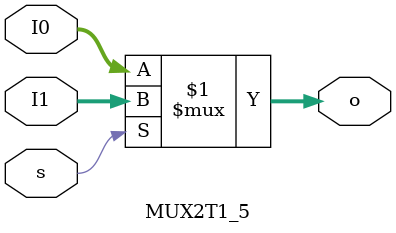
<source format=v>
`timescale 1ns / 1ps
module   MUX2T1_5(input s,input[4:0]I0,
						input[4:0]I1,
						output[4:0]o
						 );

	assign o = s?I1:I0;			////5Î»2Ñ¡Ò»,I0¡¢I1¶ÔÓ¦Ñ¡ÔñÍ¨µÀ0¡¢1

endmodule

</source>
